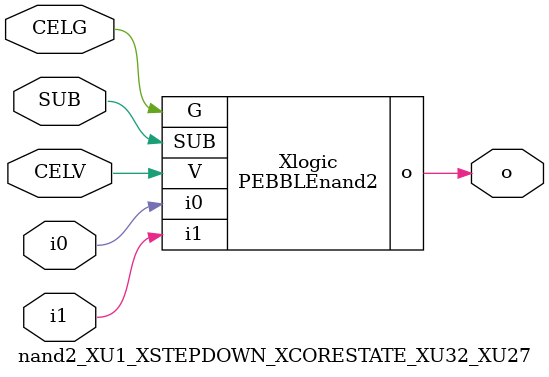
<source format=v>



module PEBBLEnand2 ( o, G, SUB, V, i0, i1 );

  input i0;
  input V;
  input i1;
  input G;
  output o;
  input SUB;
endmodule

//Celera Confidential Do Not Copy nand2_XU1_XSTEPDOWN_XCORESTATE_XU32_XU27
//Celera Confidential Symbol Generator
//5V NAND2
module nand2_XU1_XSTEPDOWN_XCORESTATE_XU32_XU27 (CELV,CELG,i0,i1,o,SUB);
input CELV;
input CELG;
input i0;
input i1;
input SUB;
output o;

//Celera Confidential Do Not Copy nand2
PEBBLEnand2 Xlogic(
.V (CELV),
.i0 (i0),
.i1 (i1),
.o (o),
.SUB (SUB),
.G (CELG)
);
//,diesize,PEBBLEnand2

//Celera Confidential Do Not Copy Module End
//Celera Schematic Generator
endmodule

</source>
